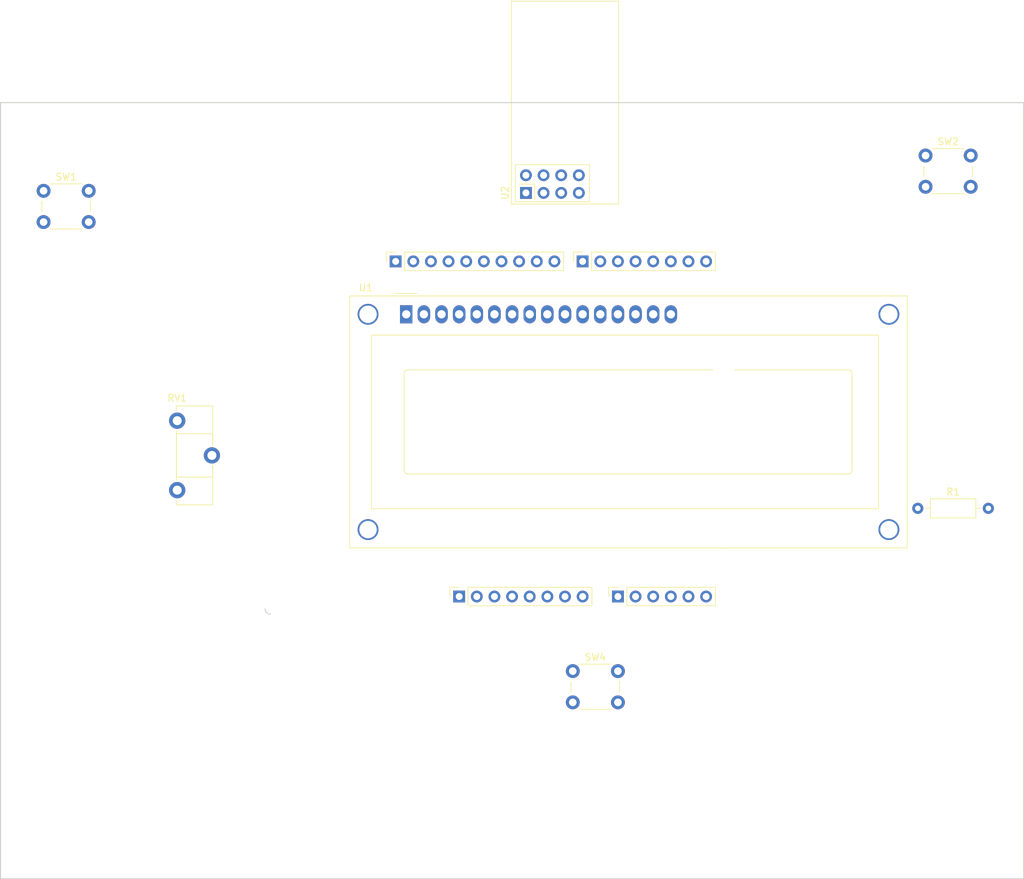
<source format=kicad_pcb>
(kicad_pcb (version 20221018) (generator pcbnew)
  (title_block (date "mar. 31 mars 2015"))
  (layers (0 "F.Cu" signal) (31 "B.Cu" signal) (34 "B.Paste" user) (35 "F.Paste" user) (36 "B.SilkS" user "B.Silkscreen") (37 "F.SilkS" user "F.Silkscreen") (38 "B.Mask" user) (39 "F.Mask" user) (44 "Edge.Cuts" user))
  (net 0 "")
  (net 1 "GND")
  (net 3 "+5V")
  (net 4 "/IOREF")
  (net 5 "/A0")
  (net 6 "/A1")
  (net 7 "/A2")
  (net 8 "/A3")
  (net 9 "/SDA{slash}A4")
  (net 10 "/SCL{slash}A5")
  (net 11 "/13")
  (net 12 "/12")
  (net 13 "/AREF")
  (net 14 "/8")
  (net 15 "/7")
  (net 16 "/*11")
  (net 17 "/*10")
  (net 18 "/*9")
  (net 19 "/4")
  (net 20 "/2")
  (net 21 "/*6")
  (net 22 "/*5")
  (net 23 "/TX{slash}1")
  (net 24 "/*3")
  (net 25 "/RX{slash}0")
  (net 26 "+3V3")
  (net 27 "VCC")
  (net 28 "/~{RESET}")
  (net 42 "Net-(U1-LED(-))")
  (footprint "Connector_PinSocket_2.54mm:PinSocket_1x08_P2.54mm_Vertical" (layer "F.Cu") (at 127.94 97.46 90)
    (fp_text reference "J1" hide)
    (fp_text value "Power")
    (fp_line (start -1.33 1.27) (end -1.33 19.11) (stroke (width 0.12)) (layer "F.SilkS"))
    (fp_line (start -1.33 1.27) (end 1.33 1.27) (stroke (width 0.12)) (layer "F.SilkS"))
    (fp_line (start -1.33 19.11) (end 1.33 19.11) (stroke (width 0.12)) (layer "F.SilkS"))
    (fp_line (start 0 -1.33) (end 1.33 -1.33) (stroke (width 0.12)) (layer "F.SilkS"))
    (fp_line (start 1.33 -1.33) (end 1.33 0) (stroke (width 0.12)) (layer "F.SilkS"))
    (fp_line (start 1.33 1.27) (end 1.33 19.11) (stroke (width 0.12)) (layer "F.SilkS"))
    (pad "1" thru_hole rect locked (at 0 0 90) (size 1.7 1.7) (drill 1) (layers "*.Cu" "*.Mask"))
    (pad "2" thru_hole oval locked (at 0 2.54 90) (size 1.7 1.7) (drill 1) (layers "*.Cu" "*.Mask") (net 4 "/IOREF"))
    (pad "3" thru_hole oval locked (at 0 5.08 90) (size 1.7 1.7) (drill 1) (layers "*.Cu" "*.Mask") (net 28 "/~{RESET}"))
    (pad "4" thru_hole oval locked (at 0 7.62 90) (size 1.7 1.7) (drill 1) (layers "*.Cu" "*.Mask") (net 26 "+3V3"))
    (pad "5" thru_hole oval locked (at 0 10.16 90) (size 1.7 1.7) (drill 1) (layers "*.Cu" "*.Mask") (net 3 "+5V"))
    (pad "6" thru_hole oval locked (at 0 12.7 90) (size 1.7 1.7) (drill 1) (layers "*.Cu" "*.Mask") (net 1 "GND"))
    (pad "7" thru_hole oval locked (at 0 15.24 90) (size 1.7 1.7) (drill 1) (layers "*.Cu" "*.Mask") (net 1 "GND"))
    (pad "8" thru_hole oval locked (at 0 17.78 90) (size 1.7 1.7) (drill 1) (layers "*.Cu" "*.Mask") (net 27 "VCC"))
  )
  (footprint "Connector_PinSocket_2.54mm:PinSocket_1x06_P2.54mm_Vertical" (layer "F.Cu") (at 150.8 97.46 90)
    (fp_text reference "J3" hide)
    (fp_text value "Analog")
    (fp_line (start -1.33 1.27) (end -1.33 14.03) (stroke (width 0.12)) (layer "F.SilkS"))
    (fp_line (start -1.33 1.27) (end 1.33 1.27) (stroke (width 0.12)) (layer "F.SilkS"))
    (fp_line (start -1.33 14.03) (end 1.33 14.03) (stroke (width 0.12)) (layer "F.SilkS"))
    (fp_line (start 0 -1.33) (end 1.33 -1.33) (stroke (width 0.12)) (layer "F.SilkS"))
    (fp_line (start 1.33 -1.33) (end 1.33 0) (stroke (width 0.12)) (layer "F.SilkS"))
    (fp_line (start 1.33 1.27) (end 1.33 14.03) (stroke (width 0.12)) (layer "F.SilkS"))
    (pad "1" thru_hole rect locked (at 0 0 90) (size 1.7 1.7) (drill 1) (layers "*.Cu" "*.Mask") (net 5 "/A0"))
    (pad "2" thru_hole oval locked (at 0 2.54 90) (size 1.7 1.7) (drill 1) (layers "*.Cu" "*.Mask") (net 6 "/A1"))
    (pad "3" thru_hole oval locked (at 0 5.08 90) (size 1.7 1.7) (drill 1) (layers "*.Cu" "*.Mask") (net 7 "/A2"))
    (pad "4" thru_hole oval locked (at 0 7.62 90) (size 1.7 1.7) (drill 1) (layers "*.Cu" "*.Mask") (net 8 "/A3"))
    (pad "5" thru_hole oval locked (at 0 10.16 90) (size 1.7 1.7) (drill 1) (layers "*.Cu" "*.Mask") (net 9 "/SDA{slash}A4"))
    (pad "6" thru_hole oval locked (at 0 12.7 90) (size 1.7 1.7) (drill 1) (layers "*.Cu" "*.Mask") (net 10 "/SCL{slash}A5"))
  )
  (footprint "Connector_PinSocket_2.54mm:PinSocket_1x10_P2.54mm_Vertical" (layer "F.Cu") (at 118.796 49.2 90)
    (fp_text reference "J2" hide)
    (fp_text value "Digital/PWM")
    (fp_line (start -1.33 1.27) (end -1.33 24.19) (stroke (width 0.12)) (layer "F.SilkS"))
    (fp_line (start -1.33 1.27) (end 1.33 1.27) (stroke (width 0.12)) (layer "F.SilkS"))
    (fp_line (start -1.33 24.19) (end 1.33 24.19) (stroke (width 0.12)) (layer "F.SilkS"))
    (fp_line (start 0 -1.33) (end 1.33 -1.33) (stroke (width 0.12)) (layer "F.SilkS"))
    (fp_line (start 1.33 -1.33) (end 1.33 0) (stroke (width 0.12)) (layer "F.SilkS"))
    (fp_line (start 1.33 1.27) (end 1.33 24.19) (stroke (width 0.12)) (layer "F.SilkS"))
    (pad "1" thru_hole rect locked (at 0 0 90) (size 1.7 1.7) (drill 1) (layers "*.Cu" "*.Mask") (net 10 "/SCL{slash}A5"))
    (pad "2" thru_hole oval locked (at 0 2.54 90) (size 1.7 1.7) (drill 1) (layers "*.Cu" "*.Mask") (net 9 "/SDA{slash}A4"))
    (pad "3" thru_hole oval locked (at 0 5.08 90) (size 1.7 1.7) (drill 1) (layers "*.Cu" "*.Mask") (net 13 "/AREF"))
    (pad "4" thru_hole oval locked (at 0 7.62 90) (size 1.7 1.7) (drill 1) (layers "*.Cu" "*.Mask") (net 1 "GND"))
    (pad "5" thru_hole oval locked (at 0 10.16 90) (size 1.7 1.7) (drill 1) (layers "*.Cu" "*.Mask") (net 11 "/13"))
    (pad "6" thru_hole oval locked (at 0 12.7 90) (size 1.7 1.7) (drill 1) (layers "*.Cu" "*.Mask") (net 12 "/12"))
    (pad "7" thru_hole oval locked (at 0 15.24 90) (size 1.7 1.7) (drill 1) (layers "*.Cu" "*.Mask") (net 16 "/*11"))
    (pad "8" thru_hole oval locked (at 0 17.78 90) (size 1.7 1.7) (drill 1) (layers "*.Cu" "*.Mask") (net 17 "/*10"))
    (pad "9" thru_hole oval locked (at 0 20.32 90) (size 1.7 1.7) (drill 1) (layers "*.Cu" "*.Mask") (net 18 "/*9"))
    (pad "10" thru_hole oval locked (at 0 22.86 90) (size 1.7 1.7) (drill 1) (layers "*.Cu" "*.Mask") (net 14 "/8"))
  )
  (footprint "Connector_PinSocket_2.54mm:PinSocket_1x08_P2.54mm_Vertical" (layer "F.Cu") (at 145.72 49.2 90)
    (fp_text reference "J4" hide)
    (fp_text value "Digital/PWM")
    (fp_line (start -1.33 1.27) (end -1.33 19.11) (stroke (width 0.12)) (layer "F.SilkS"))
    (fp_line (start -1.33 1.27) (end 1.33 1.27) (stroke (width 0.12)) (layer "F.SilkS"))
    (fp_line (start -1.33 19.11) (end 1.33 19.11) (stroke (width 0.12)) (layer "F.SilkS"))
    (fp_line (start 0 -1.33) (end 1.33 -1.33) (stroke (width 0.12)) (layer "F.SilkS"))
    (fp_line (start 1.33 -1.33) (end 1.33 0) (stroke (width 0.12)) (layer "F.SilkS"))
    (fp_line (start 1.33 1.27) (end 1.33 19.11) (stroke (width 0.12)) (layer "F.SilkS"))
    (pad "1" thru_hole rect locked (at 0 0 90) (size 1.7 1.7) (drill 1) (layers "*.Cu" "*.Mask") (net 15 "/7"))
    (pad "2" thru_hole oval locked (at 0 2.54 90) (size 1.7 1.7) (drill 1) (layers "*.Cu" "*.Mask") (net 21 "/*6"))
    (pad "3" thru_hole oval locked (at 0 5.08 90) (size 1.7 1.7) (drill 1) (layers "*.Cu" "*.Mask") (net 22 "/*5"))
    (pad "4" thru_hole oval locked (at 0 7.62 90) (size 1.7 1.7) (drill 1) (layers "*.Cu" "*.Mask") (net 19 "/4"))
    (pad "5" thru_hole oval locked (at 0 10.16 90) (size 1.7 1.7) (drill 1) (layers "*.Cu" "*.Mask") (net 24 "/*3"))
    (pad "6" thru_hole oval locked (at 0 12.7 90) (size 1.7 1.7) (drill 1) (layers "*.Cu" "*.Mask") (net 20 "/2"))
    (pad "7" thru_hole oval locked (at 0 15.24 90) (size 1.7 1.7) (drill 1) (layers "*.Cu" "*.Mask") (net 23 "/TX{slash}1"))
    (pad "8" thru_hole oval locked (at 0 17.78 90) (size 1.7 1.7) (drill 1) (layers "*.Cu" "*.Mask") (net 25 "/RX{slash}0"))
  )
  (footprint "Button_Switch_THT:SW_PUSH_6mm" (layer "F.Cu") (at 68.1 39.04)
    (fp_text reference "SW1" (at 3.25 -2) (layer "F.SilkS"))
    (fp_text value "SW_Push")
    (fp_line (start -0.25 1.5) (end -0.25 3) (stroke (width 0.12)) (layer "F.SilkS"))
    (fp_line (start 1 5.5) (end 5.5 5.5) (stroke (width 0.12)) (layer "F.SilkS"))
    (fp_line (start 5.5 -1) (end 1 -1) (stroke (width 0.12)) (layer "F.SilkS"))
    (fp_line (start 6.75 3) (end 6.75 1.5) (stroke (width 0.12)) (layer "F.SilkS"))
    (pad "1" thru_hole circle (at 0 0 90) (size 2 2) (drill 1.1) (layers "*.Cu" "*.Mask"))
    (pad "1" thru_hole circle (at 6.5 0 90) (size 2 2) (drill 1.1) (layers "*.Cu" "*.Mask"))
    (pad "2" thru_hole circle (at 0 4.5 90) (size 2 2) (drill 1.1) (layers "*.Cu" "*.Mask") (net 1 "GND"))
    (pad "2" thru_hole circle (at 6.5 4.5 90) (size 2 2) (drill 1.1) (layers "*.Cu" "*.Mask") (net 1 "GND"))
  )
  (footprint "Arduino_MountingHole:MountingHole_3.2mm" (layer "F.Cu") (at 115.24 49.2)
    (fp_text reference "MH1" hide)
    (fp_text value "MountingHole_3.2mm" hide)
    (pad "" np_thru_hole circle locked (at 0 0) (size 3.2 3.2) (drill 3.2) (layers "*.Cu" "*.Mask"))
  )
  (footprint "RF_Module:nRF24L01_Breakout" (layer "F.Cu") (at 137.555 39.34 90)
    (fp_text reference "U2" (at 0 -3 90) (layer "F.SilkS"))
    (fp_text value "NRF24L01_Breakout")
    (fp_line (start -1.6 -2.1) (end -1.6 -2.1) (stroke (width 0.12)) (layer "F.SilkS"))
    (fp_line (start -1.6 -2.1) (end 27.6 -2.1) (stroke (width 0.12)) (layer "F.SilkS"))
    (fp_line (start -1.6 13.35) (end -1.6 -2.1) (stroke (width 0.12)) (layer "F.SilkS"))
    (fp_line (start -1.27 -1.524) (end -1.27 -1.524) (stroke (width 0.12)) (layer "F.SilkS"))
    (fp_line (start -1.27 -1.524) (end 4.064 -1.524) (stroke (width 0.12)) (layer "F.SilkS"))
    (fp_line (start -1.27 9.144) (end -1.27 -1.524) (stroke (width 0.12)) (layer "F.SilkS"))
    (fp_line (start -1.27 9.144) (end -1.27 9.144) (stroke (width 0.12)) (layer "F.SilkS"))
    (fp_line (start -1.016 1.27) (end -1.016 1.27) (stroke (width 0.12)) (layer "F.SilkS"))
    (fp_line (start 1.27 -1.016) (end 1.27 1.27) (stroke (width 0.12)) (layer "F.SilkS"))
    (fp_line (start 1.27 1.27) (end -1.016 1.27) (stroke (width 0.12)) (layer "F.SilkS"))
    (fp_line (start 4.064 -1.524) (end 4.064 9.144) (stroke (width 0.12)) (layer "F.SilkS"))
    (fp_line (start 4.064 9.144) (end -1.27 9.144) (stroke (width 0.12)) (layer "F.SilkS"))
    (fp_line (start 27.6 -2.1) (end 27.6 13.35) (stroke (width 0.12)) (layer "F.SilkS"))
    (fp_line (start 27.6 13.35) (end -1.6 13.35) (stroke (width 0.12)) (layer "F.SilkS"))
    (pad "1" thru_hole rect (at 0 0 90) (size 1.7 1.7) (drill 1) (layers "*.Cu" "*.Mask") (net 1 "GND"))
    (pad "2" thru_hole circle (at 2.54 0 90) (size 1.7 1.7) (drill 1) (layers "*.Cu" "*.Mask") (net 26 "+3V3"))
    (pad "3" thru_hole circle (at 0 2.54 90) (size 1.7 1.7) (drill 1) (layers "*.Cu" "*.Mask"))
    (pad "4" thru_hole circle (at 2.54 2.54 90) (size 1.7 1.7) (drill 1) (layers "*.Cu" "*.Mask"))
    (pad "5" thru_hole circle (at 0 5.08 90) (size 1.7 1.7) (drill 1) (layers "*.Cu" "*.Mask"))
    (pad "6" thru_hole circle (at 2.54 5.08 90) (size 1.7 1.7) (drill 1) (layers "*.Cu" "*.Mask"))
    (pad "7" thru_hole circle (at 0 7.62 90) (size 1.7 1.7) (drill 1) (layers "*.Cu" "*.Mask"))
    (pad "8" thru_hole circle (at 2.54 7.62 90) (size 1.7 1.7) (drill 1) (layers "*.Cu" "*.Mask"))
  )
  (footprint "Button_Switch_THT:SW_PUSH_6mm" (layer "F.Cu") (at 195.1 33.96)
    (fp_text reference "SW2" (at 3.25 -2) (layer "F.SilkS"))
    (fp_text value "SW_Push")
    (fp_line (start -0.25 1.5) (end -0.25 3) (stroke (width 0.12)) (layer "F.SilkS"))
    (fp_line (start 1 5.5) (end 5.5 5.5) (stroke (width 0.12)) (layer "F.SilkS"))
    (fp_line (start 5.5 -1) (end 1 -1) (stroke (width 0.12)) (layer "F.SilkS"))
    (fp_line (start 6.75 3) (end 6.75 1.5) (stroke (width 0.12)) (layer "F.SilkS"))
    (pad "1" thru_hole circle (at 0 0 90) (size 2 2) (drill 1.1) (layers "*.Cu" "*.Mask"))
    (pad "1" thru_hole circle (at 6.5 0 90) (size 2 2) (drill 1.1) (layers "*.Cu" "*.Mask"))
    (pad "2" thru_hole circle (at 0 4.5 90) (size 2 2) (drill 1.1) (layers "*.Cu" "*.Mask") (net 1 "GND"))
    (pad "2" thru_hole circle (at 6.5 4.5 90) (size 2 2) (drill 1.1) (layers "*.Cu" "*.Mask") (net 1 "GND"))
  )
  (footprint "Display:WC1602A" (layer "F.Cu") (at 120.32 56.82)
    (fp_text reference "U1" (at -5.82 -3.81) (layer "F.SilkS"))
    (fp_text value "RC1602A")
    (fp_line (start -8.14 -2.64) (end -8.14 33.64) (stroke (width 0.12)) (layer "F.SilkS"))
    (fp_line (start -8.14 33.64) (end 72.14 33.64) (stroke (width 0.12)) (layer "F.SilkS"))
    (fp_line (start -8.13 -2.64) (end -7.34 -2.64) (stroke (width 0.12)) (layer "F.SilkS"))
    (fp_line (start -5 3) (end 68 3) (stroke (width 0.12)) (layer "F.SilkS"))
    (fp_line (start -5 28) (end -5 3) (stroke (width 0.12)) (layer "F.SilkS"))
    (fp_line (start -1.5 -3) (end 1.5 -3) (stroke (width 0.12)) (layer "F.SilkS"))
    (fp_line (start -0.29972 22.49932) (end -0.29972 8.5) (stroke (width 0.12)) (layer "F.SilkS"))
    (fp_line (start 0.2 8) (end 63.7 8) (stroke (width 0.12)) (layer "F.SilkS"))
    (fp_line (start 63.70066 23) (end 0.2 23) (stroke (width 0.12)) (layer "F.SilkS"))
    (fp_line (start 64.2 8.5) (end 64.2 22.5) (stroke (width 0.12)) (layer "F.SilkS"))
    (fp_line (start 68 3) (end 68 28) (stroke (width 0.12)) (layer "F.SilkS"))
    (fp_line (start 68 28) (end -5 28) (stroke (width 0.12)) (layer "F.SilkS"))
    (fp_line (start 72.14 -2.64) (end -7.34 -2.64) (stroke (width 0.12)) (layer "F.SilkS"))
    (fp_line (start 72.14 33.64) (end 72.14 -2.64) (stroke (width 0.12)) (layer "F.SilkS"))
    (fp_arc (start -0.29972 8.49884) (mid -0.153162 8.145018) (end 0.20066 7.99846) (stroke (width 0.12)) (layer "F.SilkS"))
    (fp_arc (start 0.20066 22.9997) (mid -0.153162 22.853142) (end -0.29972 22.49932) (stroke (width 0.12)) (layer "F.SilkS"))
    (fp_arc (start 63.7 8) (mid 64.053553 8.146447) (end 64.2 8.5) (stroke (width 0.12)) (layer "F.SilkS"))
    (fp_arc (start 64.20104 22.49932) (mid 64.054473 22.853115) (end 63.70066 22.9997) (stroke (width 0.12)) (layer "F.SilkS"))
    (pad "" thru_hole circle (at -5.4991 0) (size 3 3) (drill 2.5) (layers "*.Cu" "*.Mask"))
    (pad "" thru_hole circle (at -5.4991 31.0007) (size 3 3) (drill 2.5) (layers "*.Cu" "*.Mask"))
    (pad "" thru_hole circle (at 69.49948 31.0007) (size 3 3) (drill 2.5) (layers "*.Cu" "*.Mask"))
    (pad "" thru_hole circle (at 69.5 0) (size 3 3) (drill 2.5) (layers "*.Cu" "*.Mask"))
    (pad "1" thru_hole rect (at 0 0) (size 1.8 2.6) (drill 1.2) (layers "*.Cu" "*.Mask"))
    (pad "2" thru_hole oval (at 2.54 0) (size 1.8 2.6) (drill 1.2) (layers "*.Cu" "*.Mask"))
    (pad "3" thru_hole oval (at 5.08 0) (size 1.8 2.6) (drill 1.2) (layers "*.Cu" "*.Mask"))
    (pad "4" thru_hole oval (at 7.62 0) (size 1.8 2.6) (drill 1.2) (layers "*.Cu" "*.Mask"))
    (pad "5" thru_hole oval (at 10.16 0) (size 1.8 2.6) (drill 1.2) (layers "*.Cu" "*.Mask"))
    (pad "6" thru_hole oval (at 12.7 0) (size 1.8 2.6) (drill 1.2) (layers "*.Cu" "*.Mask"))
    (pad "7" thru_hole oval (at 15.24 0) (size 1.8 2.6) (drill 1.2) (layers "*.Cu" "*.Mask"))
    (pad "8" thru_hole oval (at 17.78 0) (size 1.8 2.6) (drill 1.2) (layers "*.Cu" "*.Mask"))
    (pad "9" thru_hole oval (at 20.32 0) (size 1.8 2.6) (drill 1.2) (layers "*.Cu" "*.Mask"))
    (pad "10" thru_hole oval (at 22.86 0) (size 1.8 2.6) (drill 1.2) (layers "*.Cu" "*.Mask"))
    (pad "11" thru_hole oval (at 25.4 0) (size 1.8 2.6) (drill 1.2) (layers "*.Cu" "*.Mask"))
    (pad "12" thru_hole oval (at 27.94 0) (size 1.8 2.6) (drill 1.2) (layers "*.Cu" "*.Mask"))
    (pad "13" thru_hole oval (at 30.48 0) (size 1.8 2.6) (drill 1.2) (layers "*.Cu" "*.Mask"))
    (pad "14" thru_hole oval (at 33.02 0) (size 1.8 2.6) (drill 1.2) (layers "*.Cu" "*.Mask"))
    (pad "15" thru_hole oval (at 35.56 0) (size 1.8 2.6) (drill 1.2) (layers "*.Cu" "*.Mask"))
    (pad "16" thru_hole oval (at 38.1 0) (size 1.8 2.6) (drill 1.2) (layers "*.Cu" "*.Mask") (net 42 "Net-(U1-LED(-))"))
  )
  (footprint "Potentiometer_THT:Potentiometer_ACP_CA14-H5_Horizontal" (layer "F.Cu") (at 87.34 72.14)
    (fp_text reference "RV1" (at 0 -3.25) (layer "F.SilkS"))
    (fp_text value "R_Potentiometer")
    (fp_line (start -0.121 -2.12) (end -0.121 -1.426) (stroke (width 0.12)) (layer "F.SilkS"))
    (fp_line (start -0.121 -2.12) (end 5.12 -2.12) (stroke (width 0.12)) (layer "F.SilkS"))
    (fp_line (start -0.121 1.426) (end -0.121 8.575) (stroke (width 0.12)) (layer "F.SilkS"))
    (fp_line (start -0.121 1.88) (end -0.121 8.121) (stroke (width 0.12)) (layer "F.SilkS"))
    (fp_line (start -0.121 1.88) (end 5.12 1.88) (stroke (width 0.12)) (layer "F.SilkS"))
    (fp_line (start -0.121 8.121) (end 5.12 8.121) (stroke (width 0.12)) (layer "F.SilkS"))
    (fp_line (start -0.121 11.425) (end -0.121 12.12) (stroke (width 0.12)) (layer "F.SilkS"))
    (fp_line (start -0.121 12.12) (end 5.12 12.12) (stroke (width 0.12)) (layer "F.SilkS"))
    (fp_line (start 5.12 -2.12) (end 5.12 3.575) (stroke (width 0.12)) (layer "F.SilkS"))
    (fp_line (start 5.12 1.88) (end 5.12 3.575) (stroke (width 0.12)) (layer "F.SilkS"))
    (fp_line (start 5.12 6.425) (end 5.12 8.121) (stroke (width 0.12)) (layer "F.SilkS"))
    (fp_line (start 5.12 6.425) (end 5.12 12.12) (stroke (width 0.12)) (layer "F.SilkS"))
    (pad "1" thru_hole circle (at 0 0) (size 2.34 2.34) (drill 1.3) (layers "*.Cu" "*.Mask") (net 3 "+5V"))
    (pad "2" thru_hole circle (at 5 5) (size 2.34 2.34) (drill 1.3) (layers "*.Cu" "*.Mask") (net 42 "Net-(U1-LED(-))"))
    (pad "3" thru_hole circle (at 0 10) (size 2.34 2.34) (drill 1.3) (layers "*.Cu" "*.Mask") (net 1 "GND"))
  )
  (footprint "Resistor_THT:R_Axial_DIN0207_L6.3mm_D2.5mm_P10.16mm_Horizontal" (layer "F.Cu") (at 193.98 84.76)
    (fp_text reference "R1" (at 5.08 -2.37) (layer "F.SilkS"))
    (fp_text value "R_Small_US")
    (fp_line (start 1.04 0) (end 1.81 0) (stroke (width 0.12)) (layer "F.SilkS"))
    (fp_line (start 1.81 -1.37) (end 1.81 1.37) (stroke (width 0.12)) (layer "F.SilkS"))
    (fp_line (start 1.81 1.37) (end 8.35 1.37) (stroke (width 0.12)) (layer "F.SilkS"))
    (fp_line (start 8.35 -1.37) (end 1.81 -1.37) (stroke (width 0.12)) (layer "F.SilkS"))
    (fp_line (start 8.35 1.37) (end 8.35 -1.37) (stroke (width 0.12)) (layer "F.SilkS"))
    (fp_line (start 9.12 0) (end 8.35 0) (stroke (width 0.12)) (layer "F.SilkS"))
    (pad "1" thru_hole circle (at 0 0) (size 1.6 1.6) (drill 0.8) (layers "*.Cu" "*.Mask") (net 3 "+5V"))
    (pad "2" thru_hole oval (at 10.16 0) (size 1.6 1.6) (drill 0.8) (layers "*.Cu" "*.Mask"))
  )
  (footprint "Button_Switch_THT:SW_PUSH_6mm" (layer "F.Cu") (at 144.3 108.2)
    (fp_text reference "SW4" (at 3.25 -2) (layer "F.SilkS"))
    (fp_text value "SW_Push")
    (fp_line (start -0.25 1.5) (end -0.25 3) (stroke (width 0.12)) (layer "F.SilkS"))
    (fp_line (start 1 5.5) (end 5.5 5.5) (stroke (width 0.12)) (layer "F.SilkS"))
    (fp_line (start 5.5 -1) (end 1 -1) (stroke (width 0.12)) (layer "F.SilkS"))
    (fp_line (start 6.75 3) (end 6.75 1.5) (stroke (width 0.12)) (layer "F.SilkS"))
    (pad "1" thru_hole circle (at 0 0 90) (size 2 2) (drill 1.1) (layers "*.Cu" "*.Mask"))
    (pad "1" thru_hole circle (at 6.5 0 90) (size 2 2) (drill 1.1) (layers "*.Cu" "*.Mask"))
    (pad "2" thru_hole circle (at 0 4.5 90) (size 2 2) (drill 1.1) (layers "*.Cu" "*.Mask") (net 1 "GND"))
    (pad "2" thru_hole circle (at 6.5 4.5 90) (size 2 2) (drill 1.1) (layers "*.Cu" "*.Mask") (net 1 "GND"))
  )
  (footprint "Arduino_MountingHole:MountingHole_3.2mm" (layer "F.Cu") (at 113.97 97.46)
    (fp_text reference "MH2" hide)
    (fp_text value "MountingHole_3.2mm" hide)
    (pad "" np_thru_hole circle locked (at 0 0) (size 3.2 3.2) (drill 3.2) (layers "*.Cu" "*.Mask"))
  )
  (footprint "Arduino_MountingHole:MountingHole_3.2mm" (layer "F.Cu") (at 166.04 64.44)
    (fp_text reference "MH3" hide)
    (fp_text value "MountingHole_3.2mm" hide)
    (pad "" np_thru_hole circle locked (at 0 0) (size 3.2 3.2) (drill 3.2) (layers "*.Cu" "*.Mask"))
  )
  (footprint "Arduino_MountingHole:MountingHole_3.2mm" (layer "F.Cu") (at 166.04 92.38)
    (fp_text reference "MH4" hide)
    (fp_text value "MountingHole_3.2mm" hide)
    (pad "" np_thru_hole circle locked (at 0 0) (size 3.2 3.2) (drill 3.2) (layers "*.Cu" "*.Mask"))
  )
  (gr_rect (start 209.22 115.24) (end 209.22 115.24) (stroke (width 0.15)) (fill none) (layer "Edge.Cuts"))
  (gr_rect (start 61.9 26.34) (end 209.22 138.1) (stroke (width 0.15)) (fill none) (layer "Edge.Cuts"))
  (gr_arc locked (start 100.762 100) (mid 100.223185 99.776815) (end 100 99.238) (stroke (width 0.15)) (layer "Edge.Cuts"))
)
</source>
